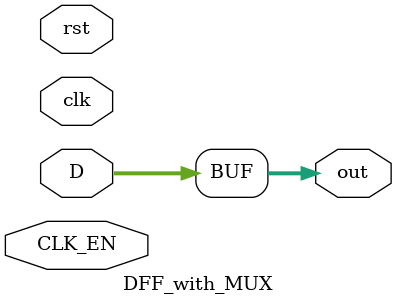
<source format=v>
module DFF_with_MUX(D,clk,rst,CLK_EN,out);

    parameter WIDTH = 18;
    parameter RSTTYPE = "SYNC";
    parameter sel = 0;
    input clk,rst,CLK_EN;
    input [WIDTH - 1: 0]D;
    output [WIDTH - 1: 0]out;
    reg [WIDTH - 1: 0]Q;

    generate
       if (RSTTYPE == "ASYNC") begin 
        always @(posedge clk or posedge rst) begin
                if (rst) begin
                    Q <= 0;
                end else if (CLK_EN) begin
                    Q <= D;
                end
        end 
       end else begin   
        always @(posedge clk) begin
                if (rst) begin
                    Q <= 0;
                end else if (CLK_EN) begin
                    Q <= D;
                end
        end
       end
        assign out = (sel == 1)? Q : D;

    endgenerate

endmodule

</source>
